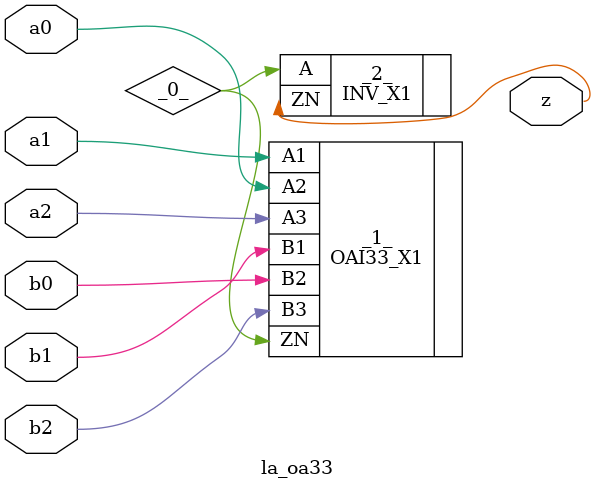
<source format=v>
/* Generated by Yosys 0.37 (git sha1 a5c7f69ed, clang 14.0.0-1ubuntu1.1 -fPIC -Os) */

module la_oa33(a0, a1, a2, b0, b1, b2, z);
  wire _0_;
  input a0;
  wire a0;
  input a1;
  wire a1;
  input a2;
  wire a2;
  input b0;
  wire b0;
  input b1;
  wire b1;
  input b2;
  wire b2;
  output z;
  wire z;
  OAI33_X1 _1_ (
    .A1(a1),
    .A2(a0),
    .A3(a2),
    .B1(b1),
    .B2(b0),
    .B3(b2),
    .ZN(_0_)
  );
  INV_X1 _2_ (
    .A(_0_),
    .ZN(z)
  );
endmodule

</source>
